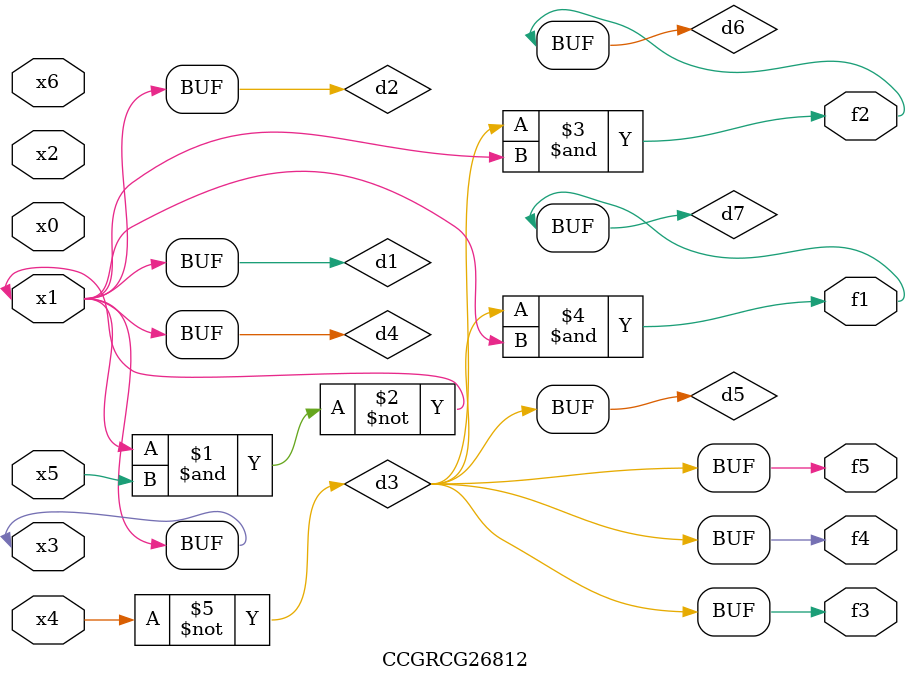
<source format=v>
module CCGRCG26812(
	input x0, x1, x2, x3, x4, x5, x6,
	output f1, f2, f3, f4, f5
);

	wire d1, d2, d3, d4, d5, d6, d7;

	buf (d1, x1, x3);
	nand (d2, x1, x5);
	not (d3, x4);
	buf (d4, d1, d2);
	buf (d5, d3);
	and (d6, d3, d4);
	and (d7, d3, d4);
	assign f1 = d7;
	assign f2 = d6;
	assign f3 = d5;
	assign f4 = d5;
	assign f5 = d5;
endmodule

</source>
